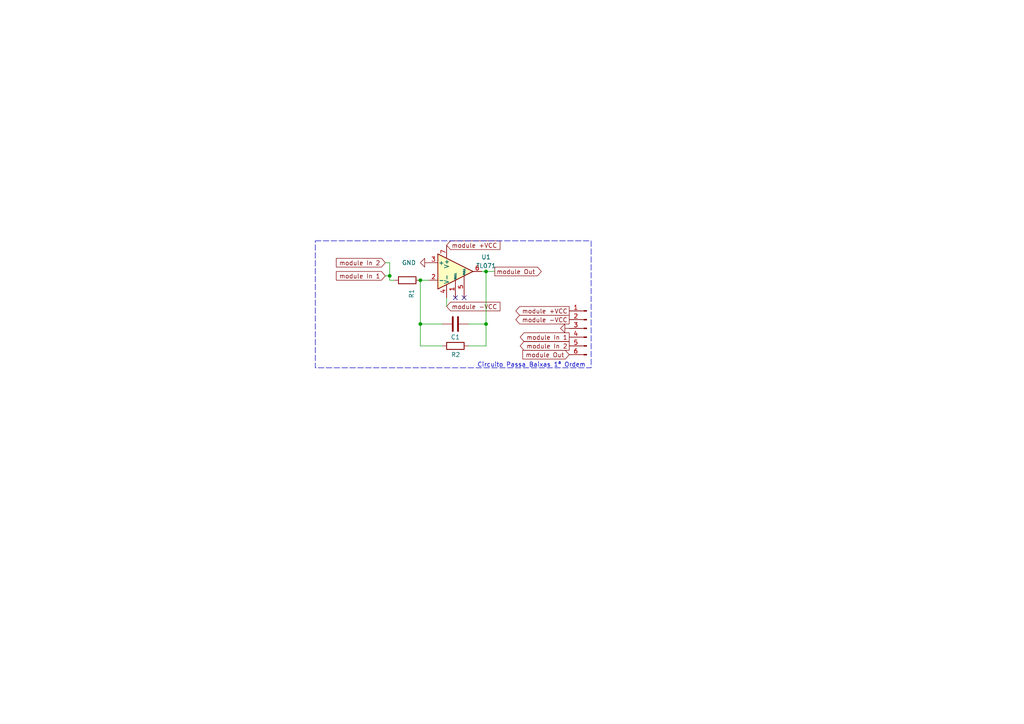
<source format=kicad_sch>
(kicad_sch (version 20230121) (generator eeschema)
  (paper "A4")
  (lib_symbols
    (symbol "Amplifier_Operational:TL071" (pin_names (offset 0.127))
      (property "Reference" "U" (at 0 6.35 0))
      (property "Value" "TL071" (at 0 3.81 0))
      (symbol "TL071_0_1"
        (polyline (pts (xy -5.08 5.08) (xy 5.08 0) (xy -5.08 -5.08) (xy -5.08 5.08)) (stroke (width 0.254)) (fill (type background)))
      )
      (symbol "TL071_1_1"
        (pin input line (at 0 -7.62 90) (length 5.08) (name "NULL") (number "1"))
        (pin input line (at -7.62 -2.54 0) (length 2.54) (name "-") (number "2"))
        (pin input line (at -7.62 2.54 0) (length 2.54) (name "+") (number "3"))
        (pin power_in line (at -2.54 -7.62 90) (length 3.81) (name "V-") (number "4"))
        (pin input line (at 2.54 -7.62 90) (length 6.35) (name "NULL") (number "5"))
        (pin output line (at 7.62 0 180) (length 2.54) (name "~") (number "6"))
        (pin power_in line (at -2.54 7.62 270) (length 3.81) (name "V+") (number "7"))
        (pin no_connect line (at 0 2.54 270) (length 2.54) hide (name "NC") (number "8"))
      )
    )
    (symbol "Connector:Conn_01x06_Pin" (pin_names (offset 1.016) hide)
      (property "Reference" "J" (at 0 7.62 0))
      (property "Value" "Conn_01x06_Pin" (at 0 -10.16 0))
      (symbol "Conn_01x06_Pin_1_1"
        (polyline (pts (xy 1.27 -7.62) (xy 0.8636 -7.62)) (stroke (width 0.1524)))
        (polyline (pts (xy 1.27 -5.08) (xy 0.8636 -5.08)) (stroke (width 0.1524)))
        (polyline (pts (xy 1.27 -2.54) (xy 0.8636 -2.54)) (stroke (width 0.1524)))
        (polyline (pts (xy 1.27 0) (xy 0.8636 0)) (stroke (width 0.1524)))
        (polyline (pts (xy 1.27 2.54) (xy 0.8636 2.54)) (stroke (width 0.1524)))
        (polyline (pts (xy 1.27 5.08) (xy 0.8636 5.08)) (stroke (width 0.1524)))
        (rectangle (start 0.8636 -7.493) (end 0 -7.747) (stroke (width 0.1524)) (fill (type outline)))
        (rectangle (start 0.8636 -4.953) (end 0 -5.207) (stroke (width 0.1524)) (fill (type outline)))
        (rectangle (start 0.8636 -2.413) (end 0 -2.667) (stroke (width 0.1524)) (fill (type outline)))
        (rectangle (start 0.8636 0.127) (end 0 -0.127) (stroke (width 0.1524)) (fill (type outline)))
        (rectangle (start 0.8636 2.667) (end 0 2.413) (stroke (width 0.1524)) (fill (type outline)))
        (rectangle (start 0.8636 5.207) (end 0 4.953) (stroke (width 0.1524)) (fill (type outline)))
        (pin passive line (at 5.08 5.08 180) (length 3.81) (name "Pin_1") (number "1"))
        (pin passive line (at 5.08 2.54 180) (length 3.81) (name "Pin_2") (number "2"))
        (pin passive line (at 5.08 0 180) (length 3.81) (name "Pin_3") (number "3"))
        (pin passive line (at 5.08 -2.54 180) (length 3.81) (name "Pin_4") (number "4"))
        (pin passive line (at 5.08 -5.08 180) (length 3.81) (name "Pin_5") (number "5"))
        (pin passive line (at 5.08 -7.62 180) (length 3.81) (name "Pin_6") (number "6"))
      )
    )
    (symbol "Device:C" (pin_numbers hide) (pin_names (offset 0.254))
      (property "Reference" "C" (at 0.635 2.54 0))
      (property "Value" "C" (at 0.635 -2.54 0))
      (symbol "C_0_1"
        (polyline (pts (xy -2.032 -0.762) (xy 2.032 -0.762)) (stroke (width 0.508)))
        (polyline (pts (xy -2.032 0.762) (xy 2.032 0.762)) (stroke (width 0.508)))
      )
      (symbol "C_1_1"
        (pin passive line (at 0 3.81 270) (length 2.794) (name "~") (number "1"))
        (pin passive line (at 0 -3.81 90) (length 2.794) (name "~") (number "2"))
      )
    )
    (symbol "Device:R" (pin_numbers hide) (pin_names (offset 0))
      (property "Reference" "R" (at 2.032 0 90))
      (property "Value" "R" (at 0 0 90))
      (symbol "R_0_1"
        (rectangle (start -1.016 2.54) (end 1.016 -2.54) (stroke (width 0.254)))
      )
      (symbol "R_1_1"
        (pin passive line (at 0 3.81 270) (length 1.27) (name "~") (number "1"))
        (pin passive line (at 0 -3.81 90) (length 1.27) (name "~") (number "2"))
      )
    )
    (symbol "power:GND" (power) (pin_names (offset 0))
      (property "Value" "GND" (at 0 -3.81 0))
      (symbol "GND_0_1"
        (polyline (pts (xy 0 0) (xy 0 -1.27) (xy 1.27 -1.27) (xy 0 -2.54) (xy -1.27 -1.27) (xy 0 -1.27)))
      )
      (symbol "GND_1_1"
        (pin power_in line (at 0 0 270) (length 0) hide (name "GND") (number "1"))
      )
    )
  )
  (junction (at 121.92 81.28))
  (junction (at 113.03 80.01))
  (junction (at 140.97 78.74))
  (junction (at 121.92 93.98))
  (junction (at 140.97 93.98))
  (no_connect (at 132.08 86.36))
  (no_connect (at 134.62 86.36))
  (wire (pts (xy 140.97 93.98) (xy 140.97 100.33)))
  (wire (pts (xy 135.89 93.98) (xy 140.97 93.98)))
  (wire (pts (xy 111.76 76.2) (xy 113.03 76.2)))
  (wire (pts (xy 113.03 81.28) (xy 113.03 80.01)))
  (wire (pts (xy 121.92 93.98) (xy 121.92 100.33)))
  (wire (pts (xy 113.03 76.2) (xy 113.03 80.01)))
  (wire (pts (xy 129.54 88.9) (xy 129.54 86.36)))
  (wire (pts (xy 113.03 81.28) (xy 114.3 81.28)))
  (wire (pts (xy 135.89 100.33) (xy 140.97 100.33)))
  (wire (pts (xy 121.92 81.28) (xy 121.92 93.98)))
  (wire (pts (xy 140.97 78.74) (xy 139.7 78.74)))
  (wire (pts (xy 140.97 78.74) (xy 140.97 93.98)))
  (wire (pts (xy 111.76 80.01) (xy 113.03 80.01)))
  (wire (pts (xy 121.92 100.33) (xy 128.27 100.33)))
  (wire (pts (xy 140.97 78.74) (xy 143.51 78.74)))
  (wire (pts (xy 124.46 81.28) (xy 121.92 81.28)))
  (wire (pts (xy 121.92 93.98) (xy 128.27 93.98)))
  (rectangle (start 91.44 69.85) (end 171.45 106.68) (stroke (width 0) (type dash)))
  (text "Circuito Passa Baixas 1ª Ordem\n" (at 138.43 106.68 0) (effects (font (size 1.27 1.27)) (justify left bottom)))
  (global_label "module +VCC" (shape output) (at 165.1 90.17 180) (property "Intersheetrefs" "${INTERSHEET_REFS}" (effects hide)))
  (global_label "module +VCC" (shape input) (at 129.54 71.12 0) (property "Intersheetrefs" "${INTERSHEET_REFS}" (effects hide)))
  (global_label "module Out" (shape input) (at 165.1 102.87 180) (property "Intersheetrefs" "${INTERSHEET_REFS}" (effects hide)))
  (global_label "module Out" (shape output) (at 143.51 78.74 0) (property "Intersheetrefs" "${INTERSHEET_REFS}" (effects hide)))
  (global_label "module In 2" (shape input) (at 111.76 76.2 180) (property "Intersheetrefs" "${INTERSHEET_REFS}" (effects hide)))
  (global_label "module In 1" (shape output) (at 165.1 97.79 180) (property "Intersheetrefs" "${INTERSHEET_REFS}" (effects hide)))
  (global_label "module -VCC" (shape output) (at 165.1 92.71 180) (property "Intersheetrefs" "${INTERSHEET_REFS}" (effects hide)))
  (global_label "module In 2" (shape output) (at 165.1 100.33 180) (property "Intersheetrefs" "${INTERSHEET_REFS}" (effects hide)))
  (global_label "module -VCC" (shape input) (at 129.54 88.9 0) (property "Intersheetrefs" "${INTERSHEET_REFS}" (effects hide)))
  (global_label "module In 1" (shape input) (at 111.76 80.01 180) (property "Intersheetrefs" "${INTERSHEET_REFS}" (effects hide)))
  (symbol (lib_id "Device:R") (at 132.08 100.33 270) (unit 1)
    (property "Reference" "R2" (at 130.81 102.87 90) (effects (justify left)))
    (property "Value" "R" (effects hide))
    (property "Footprint" "Resistor_THT:R_Axial_DIN0207_L6.3mm_D2.5mm_P7.62mm_Horizontal" (effects hide))
  )
  (symbol (lib_id "power:GND") (at 165.1 95.25 270) (unit 1)
    (property "Reference" "#PWR02" (effects hide))
    (property "Value" "GND" (effects hide))
  )
  (symbol (lib_id "power:GND") (at 124.46 76.2 270) (unit 1)
    (property "Reference" "#PWR01" (effects hide))
    (property "Value" "GND" (at 120.65 76.2 90) (effects (justify right)))
  )
  (symbol (lib_id "Device:R") (at 118.11 81.28 270) (unit 1)
    (property "Reference" "R1" (at 119.38 83.82 0) (effects (justify left)))
    (property "Value" "R" (effects hide))
    (property "Footprint" "Resistor_THT:R_Axial_DIN0207_L6.3mm_D2.5mm_P7.62mm_Horizontal" (effects hide))
  )
  (symbol (lib_id "Amplifier_Operational:TL071") (at 132.08 78.74 0) (unit 1)
    (property "Reference" "U1" (at 140.97 74.5491 0))
    (property "Value" "TL071" (at 140.97 77.0891 0))
    (property "Footprint" "Package_DIP:DIP-8_W7.62mm_Socket" (effects hide))
    (property "Datasheet" "http://www.ti.com/lit/ds/symlink/tl071.pdf" (effects hide))
  )
  (symbol (lib_id "Device:C") (at 132.08 93.98 270) (unit 1)
    (property "Reference" "C1" (at 132.08 97.79 90))
    (property "Value" "C" (effects hide))
  )
  (symbol (lib_id "Connector:Conn_01x06_Pin") (at 170.18 95.25 0) (mirror y) (unit 1)
    (property "Reference" "J1" (effects hide))
    (property "Value" "Conn_01x06_Pin" (effects hide))
    (property "Footprint" "Connector_PinHeader_2.54mm:PinHeader_1x06_P2.54mm_Vertical" (effects hide))
  )
)
</source>
